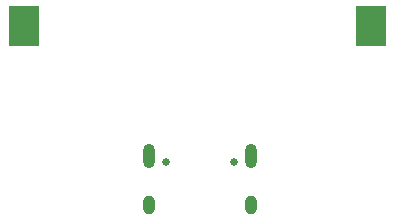
<source format=gbr>
%TF.GenerationSoftware,KiCad,Pcbnew,(6.0.4)*%
%TF.CreationDate,2023-03-17T17:22:40+08:00*%
%TF.ProjectId,ch573beacon,63683537-3362-4656-9163-6f6e2e6b6963,rev?*%
%TF.SameCoordinates,Original*%
%TF.FileFunction,Soldermask,Bot*%
%TF.FilePolarity,Negative*%
%FSLAX46Y46*%
G04 Gerber Fmt 4.6, Leading zero omitted, Abs format (unit mm)*
G04 Created by KiCad (PCBNEW (6.0.4)) date 2023-03-17 17:22:40*
%MOMM*%
%LPD*%
G01*
G04 APERTURE LIST*
%ADD10O,1.000000X2.100000*%
%ADD11O,1.000000X1.600000*%
%ADD12C,0.650000*%
%ADD13R,2.540000X3.510000*%
G04 APERTURE END LIST*
D10*
%TO.C,J1*%
X116480000Y-137230000D03*
D11*
X125120000Y-141410000D03*
D10*
X125120000Y-137230000D03*
D11*
X116480000Y-141410000D03*
D12*
X117910000Y-137760000D03*
X123690000Y-137760000D03*
%TD*%
D13*
%TO.C,BT1*%
X135280000Y-126200000D03*
X105920000Y-126200000D03*
%TD*%
M02*

</source>
